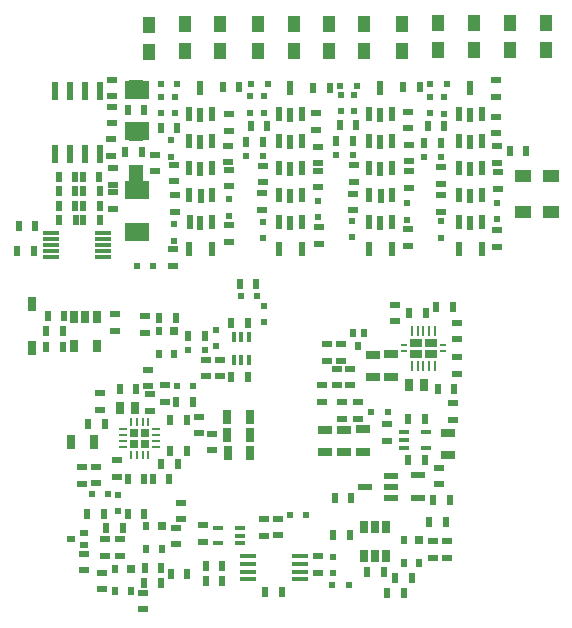
<source format=gbp>
G04 Layer_Color=128*
%FSLAX25Y25*%
%MOIN*%
G70*
G01*
G75*
%ADD16R,0.03543X0.02362*%
%ADD24R,0.03622X0.01575*%
%ADD27R,0.02362X0.03543*%
%ADD34R,0.01575X0.03622*%
%ADD44R,0.01968X0.02598*%
%ADD47R,0.02756X0.05118*%
%ADD54R,0.01968X0.01968*%
%ADD88R,0.01968X0.01968*%
%ADD89R,0.02362X0.04528*%
%ADD90R,0.02362X0.06102*%
%ADD91R,0.05709X0.01181*%
%ADD92R,0.02756X0.04724*%
%ADD93R,0.05709X0.01772*%
%ADD94R,0.04528X0.02362*%
%ADD95R,0.05118X0.02756*%
%ADD96R,0.02756X0.03937*%
%ADD97R,0.02500X0.04000*%
%ADD98R,0.03937X0.05512*%
%ADD99R,0.05512X0.03937*%
G04:AMPARAMS|DCode=100|XSize=9.84mil|YSize=23.62mil|CornerRadius=1.97mil|HoleSize=0mil|Usage=FLASHONLY|Rotation=180.000|XOffset=0mil|YOffset=0mil|HoleType=Round|Shape=RoundedRectangle|*
%AMROUNDEDRECTD100*
21,1,0.00984,0.01968,0,0,180.0*
21,1,0.00591,0.02362,0,0,180.0*
1,1,0.00394,-0.00295,0.00984*
1,1,0.00394,0.00295,0.00984*
1,1,0.00394,0.00295,-0.00984*
1,1,0.00394,-0.00295,-0.00984*
%
%ADD100ROUNDEDRECTD100*%
G04:AMPARAMS|DCode=101|XSize=9.84mil|YSize=23.62mil|CornerRadius=1.97mil|HoleSize=0mil|Usage=FLASHONLY|Rotation=270.000|XOffset=0mil|YOffset=0mil|HoleType=Round|Shape=RoundedRectangle|*
%AMROUNDEDRECTD101*
21,1,0.00984,0.01968,0,0,270.0*
21,1,0.00591,0.02362,0,0,270.0*
1,1,0.00394,-0.00984,-0.00295*
1,1,0.00394,-0.00984,0.00295*
1,1,0.00394,0.00984,0.00295*
1,1,0.00394,0.00984,-0.00295*
%
%ADD101ROUNDEDRECTD101*%
%ADD105R,0.02598X0.01968*%
%ADD106R,0.02362X0.03150*%
%ADD107R,0.03150X0.03150*%
%ADD207R,0.02756X0.02756*%
%ADD208R,0.04134X0.02677*%
%ADD209R,0.01968X0.01024*%
%ADD210R,0.08268X0.05905*%
%ADD211R,0.04724X0.05905*%
G04:AMPARAMS|DCode=212|XSize=9.06mil|YSize=31.5mil|CornerRadius=1mil|HoleSize=0mil|Usage=FLASHONLY|Rotation=0.000|XOffset=0mil|YOffset=0mil|HoleType=Round|Shape=RoundedRectangle|*
%AMROUNDEDRECTD212*
21,1,0.00906,0.02950,0,0,0.0*
21,1,0.00705,0.03150,0,0,0.0*
1,1,0.00200,0.00353,-0.01475*
1,1,0.00200,-0.00353,-0.01475*
1,1,0.00200,-0.00353,0.01475*
1,1,0.00200,0.00353,0.01475*
%
%ADD212ROUNDEDRECTD212*%
D16*
X138100Y82156D02*
D03*
Y76644D02*
D03*
X60900Y171956D02*
D03*
Y166444D02*
D03*
X85500Y185456D02*
D03*
Y179944D02*
D03*
X145100Y141644D02*
D03*
Y147156D02*
D03*
X114600Y185756D02*
D03*
Y180244D02*
D03*
X145100Y186256D02*
D03*
Y180744D02*
D03*
X66800Y140356D02*
D03*
Y134844D02*
D03*
X46400Y191344D02*
D03*
Y196856D02*
D03*
X46300Y187956D02*
D03*
Y182444D02*
D03*
X46200Y177156D02*
D03*
Y171644D02*
D03*
X46900Y167456D02*
D03*
Y161944D02*
D03*
X46800Y159456D02*
D03*
Y153944D02*
D03*
X58400Y94744D02*
D03*
Y100256D02*
D03*
X36500Y67756D02*
D03*
Y62244D02*
D03*
X155500Y62044D02*
D03*
Y67556D02*
D03*
X158100Y43156D02*
D03*
Y37644D02*
D03*
X175100Y166156D02*
D03*
Y160644D02*
D03*
X145300Y169744D02*
D03*
Y175256D02*
D03*
Y166400D02*
D03*
Y160888D02*
D03*
X115200Y166556D02*
D03*
Y161044D02*
D03*
X85200Y169444D02*
D03*
Y174956D02*
D03*
X85300Y166856D02*
D03*
Y161344D02*
D03*
X127000Y168356D02*
D03*
Y162844D02*
D03*
X96700Y168256D02*
D03*
Y162744D02*
D03*
X67100Y168656D02*
D03*
Y163144D02*
D03*
X116600Y95056D02*
D03*
Y89544D02*
D03*
X125800Y95044D02*
D03*
Y100556D02*
D03*
X153400Y43156D02*
D03*
Y37644D02*
D03*
X123200Y83944D02*
D03*
Y89456D02*
D03*
X47300Y113244D02*
D03*
Y118756D02*
D03*
X42600Y86944D02*
D03*
Y92456D02*
D03*
X57500Y112544D02*
D03*
Y118056D02*
D03*
X77800Y103656D02*
D03*
Y98144D02*
D03*
X122800Y108756D02*
D03*
Y103244D02*
D03*
X43000Y32556D02*
D03*
Y27044D02*
D03*
X49000Y43756D02*
D03*
Y38244D02*
D03*
X56900Y25856D02*
D03*
Y20344D02*
D03*
X67700Y47556D02*
D03*
Y42044D02*
D03*
X69300Y50344D02*
D03*
Y55856D02*
D03*
X64200Y89644D02*
D03*
Y95156D02*
D03*
X85500Y148356D02*
D03*
Y142844D02*
D03*
X115300Y147756D02*
D03*
Y142244D02*
D03*
X174900Y146756D02*
D03*
Y141244D02*
D03*
X37100Y33444D02*
D03*
Y38956D02*
D03*
X121300Y95044D02*
D03*
Y100556D02*
D03*
X161300Y98944D02*
D03*
Y104456D02*
D03*
X59000Y92156D02*
D03*
Y86644D02*
D03*
X44100Y43756D02*
D03*
Y38244D02*
D03*
X48200Y70056D02*
D03*
Y64544D02*
D03*
X161300Y110344D02*
D03*
Y115856D02*
D03*
X79800Y78956D02*
D03*
Y73444D02*
D03*
X75500Y84556D02*
D03*
Y79044D02*
D03*
X174400Y191244D02*
D03*
Y196756D02*
D03*
X115080Y32544D02*
D03*
Y38056D02*
D03*
X82300Y98144D02*
D03*
Y103656D02*
D03*
X160000Y89056D02*
D03*
Y83544D02*
D03*
X118200Y103244D02*
D03*
Y108756D02*
D03*
X128400Y89456D02*
D03*
Y83944D02*
D03*
X96400Y159056D02*
D03*
Y153544D02*
D03*
X126700Y158956D02*
D03*
Y153444D02*
D03*
X174400Y184656D02*
D03*
Y179144D02*
D03*
X67300Y158356D02*
D03*
Y152844D02*
D03*
X140700Y116344D02*
D03*
Y121856D02*
D03*
X156100Y167756D02*
D03*
Y162244D02*
D03*
X156000Y158456D02*
D03*
Y152944D02*
D03*
X174800Y169244D02*
D03*
Y174756D02*
D03*
X115200Y169144D02*
D03*
Y174656D02*
D03*
X41200Y67956D02*
D03*
Y62444D02*
D03*
X76800Y48356D02*
D03*
Y42844D02*
D03*
X97000Y50512D02*
D03*
Y45000D02*
D03*
X101900Y45044D02*
D03*
Y50556D02*
D03*
D24*
X143760Y74241D02*
D03*
Y76800D02*
D03*
Y79359D02*
D03*
X151240D02*
D03*
Y74241D02*
D03*
X81760Y47559D02*
D03*
Y42441D02*
D03*
X89240D02*
D03*
Y45000D02*
D03*
Y47559D02*
D03*
D27*
X50944Y172700D02*
D03*
X56456D02*
D03*
X57156Y186700D02*
D03*
X51644D02*
D03*
X96656Y176100D02*
D03*
X91144D02*
D03*
X126756Y176400D02*
D03*
X121244D02*
D03*
X184556Y173300D02*
D03*
X179044D02*
D03*
X149056Y194400D02*
D03*
X143544D02*
D03*
X20356Y140000D02*
D03*
X14844D02*
D03*
X20856Y148100D02*
D03*
X15344D02*
D03*
X91756Y97900D02*
D03*
X86244D02*
D03*
X43756Y52300D02*
D03*
X38244D02*
D03*
X49956Y47600D02*
D03*
X44444D02*
D03*
X57344Y34200D02*
D03*
X62856D02*
D03*
X83156Y29880D02*
D03*
X77644D02*
D03*
X83156Y34780D02*
D03*
X77644D02*
D03*
X153444Y56900D02*
D03*
X158956D02*
D03*
X157756Y49400D02*
D03*
X152244D02*
D03*
X67656Y117600D02*
D03*
X62144D02*
D03*
X89100Y129000D02*
D03*
X94612D02*
D03*
X122344Y181900D02*
D03*
X127856D02*
D03*
X62756Y29300D02*
D03*
X57244D02*
D03*
X140944Y30800D02*
D03*
X146456D02*
D03*
X151744Y181400D02*
D03*
X157256D02*
D03*
X92744Y181600D02*
D03*
X98256D02*
D03*
X62744Y180800D02*
D03*
X68256D02*
D03*
X49084Y93900D02*
D03*
X54596D02*
D03*
X138188Y25744D02*
D03*
X143700D02*
D03*
X65844Y83400D02*
D03*
X71356D02*
D03*
X91756Y116000D02*
D03*
X86244D02*
D03*
X28644Y164500D02*
D03*
X34156D02*
D03*
X28644Y159800D02*
D03*
X34156D02*
D03*
X28744Y155000D02*
D03*
X34256D02*
D03*
X28844Y150300D02*
D03*
X34356D02*
D03*
X154544Y121300D02*
D03*
X160056D02*
D03*
X103056Y26100D02*
D03*
X97544D02*
D03*
X125756Y45100D02*
D03*
X120244D02*
D03*
X44056Y82100D02*
D03*
X38544D02*
D03*
X131544Y32924D02*
D03*
X137056D02*
D03*
X57256Y52200D02*
D03*
X51744D02*
D03*
X67944Y89400D02*
D03*
X73456D02*
D03*
X71944Y111500D02*
D03*
X77456D02*
D03*
X145544Y119300D02*
D03*
X151056D02*
D03*
X51744Y63800D02*
D03*
X57256D02*
D03*
X62844Y68700D02*
D03*
X68356D02*
D03*
X71456Y73300D02*
D03*
X65944D02*
D03*
X59988Y63700D02*
D03*
X65500D02*
D03*
X155956Y175700D02*
D03*
X150444D02*
D03*
X88856Y194600D02*
D03*
X83344D02*
D03*
X30556Y118100D02*
D03*
X25044D02*
D03*
X119056Y194100D02*
D03*
X113544D02*
D03*
X120644Y57600D02*
D03*
X126156D02*
D03*
X24544Y113200D02*
D03*
X30056D02*
D03*
Y108000D02*
D03*
X24544D02*
D03*
X145244Y70247D02*
D03*
X150756D02*
D03*
X71580Y32100D02*
D03*
X66069D02*
D03*
X155044Y94000D02*
D03*
X160556D02*
D03*
X145244Y83900D02*
D03*
X150756D02*
D03*
X42256Y164500D02*
D03*
X36744D02*
D03*
X42356Y159800D02*
D03*
X36844D02*
D03*
X42356Y155000D02*
D03*
X36844D02*
D03*
X42356Y150300D02*
D03*
X36844D02*
D03*
D34*
X92159Y111140D02*
D03*
Y103660D02*
D03*
X89600D02*
D03*
X87041D02*
D03*
Y111140D02*
D03*
X89600D02*
D03*
D44*
X126631Y112544D02*
D03*
X130569D02*
D03*
X128600Y108056D02*
D03*
D47*
X84860Y84600D02*
D03*
X92340D02*
D03*
X84860Y78600D02*
D03*
X92340D02*
D03*
X32860Y76100D02*
D03*
X40340D02*
D03*
X84960Y72600D02*
D03*
X92440D02*
D03*
D54*
X92844Y195600D02*
D03*
X98356D02*
D03*
X62744Y195500D02*
D03*
X68256D02*
D03*
X122544Y194800D02*
D03*
X128056D02*
D03*
X91244Y171600D02*
D03*
X96756D02*
D03*
X121244Y171800D02*
D03*
X126756D02*
D03*
X150444Y171100D02*
D03*
X155956D02*
D03*
X152444Y195500D02*
D03*
X157956D02*
D03*
X60156Y134700D02*
D03*
X54644D02*
D03*
X73556Y94900D02*
D03*
X68044D02*
D03*
X94812Y124700D02*
D03*
X89300D02*
D03*
X77356Y107000D02*
D03*
X71844D02*
D03*
X39744Y58700D02*
D03*
X45256D02*
D03*
X125456Y28500D02*
D03*
X119944D02*
D03*
X132844Y86300D02*
D03*
X138356D02*
D03*
X105744Y51800D02*
D03*
X111256D02*
D03*
D88*
X92600Y191456D02*
D03*
Y185944D02*
D03*
X97000D02*
D03*
Y191456D02*
D03*
X67100Y143244D02*
D03*
Y148756D02*
D03*
X96900Y144144D02*
D03*
Y149656D02*
D03*
X126600Y144344D02*
D03*
Y149856D02*
D03*
X122700Y191856D02*
D03*
Y186344D02*
D03*
X127100D02*
D03*
Y191856D02*
D03*
X66200Y176756D02*
D03*
Y171244D02*
D03*
X156100Y144240D02*
D03*
Y149752D02*
D03*
X62900Y191256D02*
D03*
Y185744D02*
D03*
X67400D02*
D03*
Y191256D02*
D03*
X152300D02*
D03*
Y185744D02*
D03*
X157000Y185644D02*
D03*
Y191156D02*
D03*
X120000Y32444D02*
D03*
Y37956D02*
D03*
X97120Y121656D02*
D03*
Y116144D02*
D03*
X81200Y108144D02*
D03*
Y113656D02*
D03*
X48300Y53144D02*
D03*
Y58656D02*
D03*
X85400Y157156D02*
D03*
Y151644D02*
D03*
X115200Y151088D02*
D03*
Y156600D02*
D03*
X144900Y155800D02*
D03*
Y150288D02*
D03*
X174800Y150444D02*
D03*
Y155956D02*
D03*
D89*
X79640Y176371D02*
D03*
X72160D02*
D03*
X75900Y185229D02*
D03*
X79840Y149371D02*
D03*
X72360D02*
D03*
X76100Y158229D02*
D03*
X79640Y167371D02*
D03*
X72160D02*
D03*
X75900Y176229D02*
D03*
X109640Y149371D02*
D03*
X102160D02*
D03*
X105900Y158229D02*
D03*
X109640Y167371D02*
D03*
X102160D02*
D03*
X105900Y176229D02*
D03*
X109640Y176371D02*
D03*
X102160D02*
D03*
X105900Y185229D02*
D03*
X169640Y167371D02*
D03*
X162160D02*
D03*
X165900Y176229D02*
D03*
X169640Y149371D02*
D03*
X162160D02*
D03*
X165900Y158229D02*
D03*
X169640Y176371D02*
D03*
X162160D02*
D03*
X165900Y185229D02*
D03*
X139740Y149371D02*
D03*
X132260D02*
D03*
X136000Y158229D02*
D03*
X139640Y167371D02*
D03*
X132160D02*
D03*
X135900Y176229D02*
D03*
X139640Y176371D02*
D03*
X132160D02*
D03*
X135900Y185229D02*
D03*
X105900Y149229D02*
D03*
X102160Y140371D02*
D03*
X109640D02*
D03*
X75900Y149229D02*
D03*
X72160Y140371D02*
D03*
X79640D02*
D03*
X165900Y149229D02*
D03*
X162160Y140371D02*
D03*
X169640D02*
D03*
X135900Y149229D02*
D03*
X132160Y140371D02*
D03*
X139640D02*
D03*
X79640Y158371D02*
D03*
X72160D02*
D03*
X75900Y167229D02*
D03*
X109640Y158371D02*
D03*
X102160D02*
D03*
X105900Y167229D02*
D03*
X139640Y158371D02*
D03*
X132160D02*
D03*
X135900Y167229D02*
D03*
X169640Y158371D02*
D03*
X162160D02*
D03*
X165900Y167229D02*
D03*
X79640Y185371D02*
D03*
X72160D02*
D03*
X75900Y194229D02*
D03*
X109640Y185371D02*
D03*
X102160D02*
D03*
X105900Y194229D02*
D03*
X139640Y185371D02*
D03*
X132160D02*
D03*
X135900Y194229D02*
D03*
X169640Y185371D02*
D03*
X162160D02*
D03*
X165900Y194229D02*
D03*
D90*
X27300Y193330D02*
D03*
X32300D02*
D03*
X37300D02*
D03*
X42300D02*
D03*
X27300Y172070D02*
D03*
X32300D02*
D03*
X37300D02*
D03*
X42300D02*
D03*
D91*
X26239Y137963D02*
D03*
Y139931D02*
D03*
Y141900D02*
D03*
Y143869D02*
D03*
Y145837D02*
D03*
X43561Y137963D02*
D03*
Y139931D02*
D03*
Y141900D02*
D03*
Y143869D02*
D03*
Y145837D02*
D03*
D92*
X19700Y107616D02*
D03*
Y122184D02*
D03*
D93*
X108961Y38039D02*
D03*
Y35480D02*
D03*
Y32921D02*
D03*
Y30361D02*
D03*
X91639Y38039D02*
D03*
Y35480D02*
D03*
Y32921D02*
D03*
Y30361D02*
D03*
D94*
X130642Y61260D02*
D03*
X139500Y57520D02*
D03*
Y65000D02*
D03*
X139571Y61300D02*
D03*
X148429Y57560D02*
D03*
Y65040D02*
D03*
D95*
X117400Y80340D02*
D03*
Y72860D02*
D03*
X158300Y71760D02*
D03*
Y79240D02*
D03*
X130200Y80440D02*
D03*
Y72960D02*
D03*
X123700Y80340D02*
D03*
Y72860D02*
D03*
X139600Y105440D02*
D03*
Y97960D02*
D03*
X133600Y105340D02*
D03*
Y97860D02*
D03*
D96*
X33860Y117724D02*
D03*
X37600D02*
D03*
X41340D02*
D03*
X33860Y108276D02*
D03*
X41340D02*
D03*
X134100Y38300D02*
D03*
X137840D02*
D03*
X130360D02*
D03*
X137840Y47749D02*
D03*
X134100D02*
D03*
X130360D02*
D03*
D97*
X150600Y95100D02*
D03*
X145600D02*
D03*
X49200Y87400D02*
D03*
X54200D02*
D03*
D98*
X82500Y215428D02*
D03*
Y206372D02*
D03*
X155100Y206772D02*
D03*
Y215828D02*
D03*
X191100Y206772D02*
D03*
Y215828D02*
D03*
X130600Y215428D02*
D03*
Y206372D02*
D03*
X95000D02*
D03*
Y215428D02*
D03*
X58900Y215328D02*
D03*
Y206272D02*
D03*
X167100Y206772D02*
D03*
Y215828D02*
D03*
X107000Y206372D02*
D03*
Y215428D02*
D03*
X70800D02*
D03*
Y206372D02*
D03*
X179000Y215828D02*
D03*
Y206772D02*
D03*
X118700Y206372D02*
D03*
Y215428D02*
D03*
X143100D02*
D03*
Y206372D02*
D03*
D99*
X192628Y152900D02*
D03*
X183572D02*
D03*
Y165000D02*
D03*
X192628D02*
D03*
D100*
X52694Y82924D02*
D03*
X54663D02*
D03*
X56631D02*
D03*
X58600D02*
D03*
Y71900D02*
D03*
X56631D02*
D03*
X54663D02*
D03*
X52694D02*
D03*
D101*
X61159Y80365D02*
D03*
Y78396D02*
D03*
Y76428D02*
D03*
Y74459D02*
D03*
X50135D02*
D03*
Y76428D02*
D03*
Y78396D02*
D03*
Y80365D02*
D03*
D105*
X37239Y45768D02*
D03*
Y41831D02*
D03*
X32750Y43800D02*
D03*
D106*
X143641Y35960D02*
D03*
X148759D02*
D03*
X143641Y43440D02*
D03*
X57941Y40560D02*
D03*
X63059D02*
D03*
X57941Y48040D02*
D03*
X47541Y26360D02*
D03*
X52659D02*
D03*
X47541Y33840D02*
D03*
X62141Y105560D02*
D03*
X67259D02*
D03*
X62141Y113040D02*
D03*
D107*
X148759Y43440D02*
D03*
X63059Y48040D02*
D03*
X52659Y33840D02*
D03*
X67259Y113040D02*
D03*
D207*
X53876Y79184D02*
D03*
Y75640D02*
D03*
X57419Y79184D02*
D03*
Y75640D02*
D03*
D208*
X147760Y105623D02*
D03*
X147760Y109166D02*
D03*
X152759Y109166D02*
D03*
X152759Y105623D02*
D03*
D209*
X143843Y106410D02*
D03*
X143843Y108379D02*
D03*
X156677Y108379D02*
D03*
Y106410D02*
D03*
D210*
X54900Y160115D02*
D03*
Y146335D02*
D03*
Y179800D02*
D03*
Y193579D02*
D03*
D211*
X54600Y179600D02*
D03*
Y193773D02*
D03*
Y165427D02*
D03*
D212*
X154197Y113202D02*
D03*
X152228D02*
D03*
X150260D02*
D03*
X148291D02*
D03*
X146323D02*
D03*
Y101587D02*
D03*
X148291D02*
D03*
X150260D02*
D03*
X152228D02*
D03*
X154197D02*
D03*
M02*

</source>
